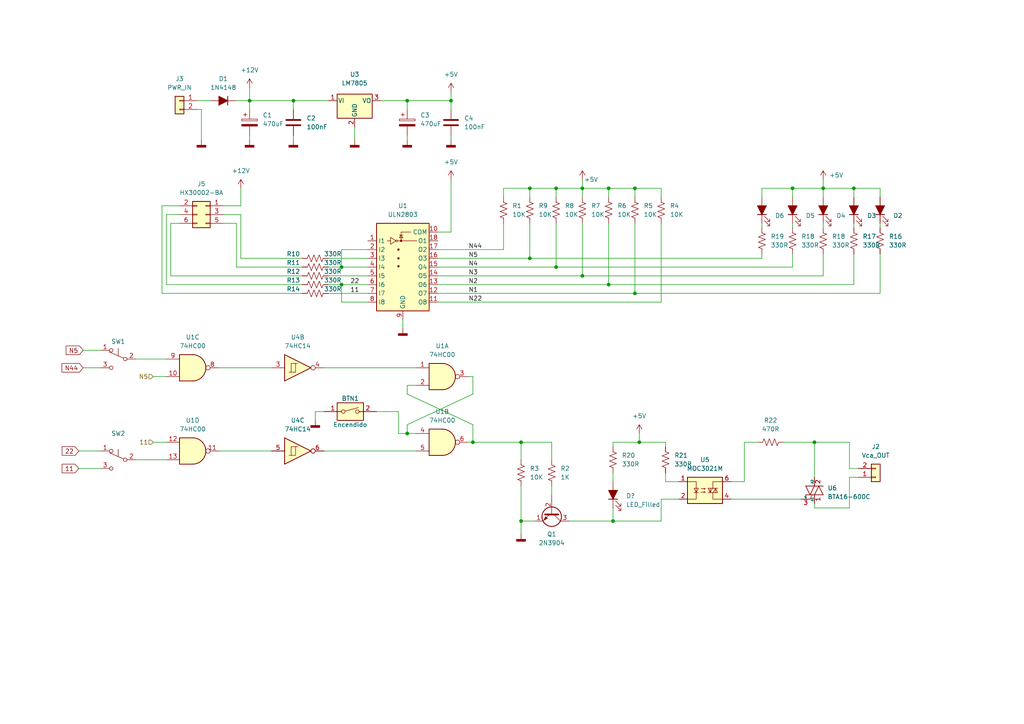
<source format=kicad_sch>
(kicad_sch (version 20211123) (generator eeschema)
  (paper "A4")
  (title_block (title "Flotador electronico para Carga de Tanque de Agua") (date "2022-05-03") (rev "1.0") (company "Kr4fty"))
  (lib_symbols
    (symbol "74xx:74HC00" (pin_names (offset 1.016))
      (property "Reference" "U" (at 0 1.27 0))
      (property "Value" "74HC00" (at 0 -1.27 0))
      (symbol "74HC00_1_1"
        (arc (start 0 -3.81) (mid 3.81 0) (end 0 3.81) (stroke (width 0.254)) (fill (type background)))
        (polyline (pts (xy 0 3.81) (xy -3.81 3.81) (xy -3.81 -3.81) (xy 0 -3.81)) (stroke (width 0.254)) (fill (type background)))
        (pin input line (at -7.62 2.54 0) (length 3.81) (name "~") (number "1"))
        (pin input line (at -7.62 -2.54 0) (length 3.81) (name "~") (number "2"))
        (pin output inverted (at 7.62 0 180) (length 3.81) (name "~") (number "3"))
      )
      (symbol "74HC00_1_2"
        (arc (start -3.81 -3.81) (mid -2.589 0) (end -3.81 3.81) (stroke (width 0.254)))
        (arc (start -0.6096 -3.81) (mid 2.1842 -2.5851) (end 3.81 0) (stroke (width 0.254)) (fill (type background)))
        (polyline (pts (xy -3.81 -3.81) (xy -0.635 -3.81)) (stroke (width 0.254)) (fill (type background)))
        (polyline (pts (xy -3.81 3.81) (xy -0.635 3.81)) (stroke (width 0.254)) (fill (type background)))
        (polyline (pts (xy -0.635 3.81) (xy -3.81 3.81) (xy -3.81 3.81) (xy -3.556 3.4036) (xy -3.0226 2.2606) (xy -2.6924 1.0414) (xy -2.6162 -0.254) (xy -2.7686 -1.4986) (xy -3.175 -2.7178) (xy -3.81 -3.81) (xy -3.81 -3.81) (xy -0.635 -3.81)) (stroke (width -25.4)) (fill (type background)))
        (arc (start 3.81 0) (mid 2.1915 2.5936) (end -0.6096 3.81) (stroke (width 0.254)) (fill (type background)))
        (pin input inverted (at -7.62 2.54 0) (length 4.318) (name "~") (number "1"))
        (pin input inverted (at -7.62 -2.54 0) (length 4.318) (name "~") (number "2"))
        (pin output line (at 7.62 0 180) (length 3.81) (name "~") (number "3"))
      )
      (symbol "74HC00_2_1"
        (arc (start 0 -3.81) (mid 3.81 0) (end 0 3.81) (stroke (width 0.254)) (fill (type background)))
        (polyline (pts (xy 0 3.81) (xy -3.81 3.81) (xy -3.81 -3.81) (xy 0 -3.81)) (stroke (width 0.254)) (fill (type background)))
        (pin input line (at -7.62 2.54 0) (length 3.81) (name "~") (number "4"))
        (pin input line (at -7.62 -2.54 0) (length 3.81) (name "~") (number "5"))
        (pin output inverted (at 7.62 0 180) (length 3.81) (name "~") (number "6"))
      )
      (symbol "74HC00_2_2"
        (arc (start -3.81 -3.81) (mid -2.589 0) (end -3.81 3.81) (stroke (width 0.254)))
        (arc (start -0.6096 -3.81) (mid 2.1842 -2.5851) (end 3.81 0) (stroke (width 0.254)) (fill (type background)))
        (polyline (pts (xy -3.81 -3.81) (xy -0.635 -3.81)) (stroke (width 0.254)) (fill (type background)))
        (polyline (pts (xy -3.81 3.81) (xy -0.635 3.81)) (stroke (width 0.254)) (fill (type background)))
        (polyline (pts (xy -0.635 3.81) (xy -3.81 3.81) (xy -3.81 3.81) (xy -3.556 3.4036) (xy -3.0226 2.2606) (xy -2.6924 1.0414) (xy -2.6162 -0.254) (xy -2.7686 -1.4986) (xy -3.175 -2.7178) (xy -3.81 -3.81) (xy -3.81 -3.81) (xy -0.635 -3.81)) (stroke (width -25.4)) (fill (type background)))
        (arc (start 3.81 0) (mid 2.1915 2.5936) (end -0.6096 3.81) (stroke (width 0.254)) (fill (type background)))
        (pin input inverted (at -7.62 2.54 0) (length 4.318) (name "~") (number "4"))
        (pin input inverted (at -7.62 -2.54 0) (length 4.318) (name "~") (number "5"))
        (pin output line (at 7.62 0 180) (length 3.81) (name "~") (number "6"))
      )
      (symbol "74HC00_3_1"
        (arc (start 0 -3.81) (mid 3.81 0) (end 0 3.81) (stroke (width 0.254)) (fill (type background)))
        (polyline (pts (xy 0 3.81) (xy -3.81 3.81) (xy -3.81 -3.81) (xy 0 -3.81)) (stroke (width 0.254)) (fill (type background)))
        (pin input line (at -7.62 -2.54 0) (length 3.81) (name "~") (number "10"))
        (pin output inverted (at 7.62 0 180) (length 3.81) (name "~") (number "8"))
        (pin input line (at -7.62 2.54 0) (length 3.81) (name "~") (number "9"))
      )
      (symbol "74HC00_3_2"
        (arc (start -3.81 -3.81) (mid -2.589 0) (end -3.81 3.81) (stroke (width 0.254)))
        (arc (start -0.6096 -3.81) (mid 2.1842 -2.5851) (end 3.81 0) (stroke (width 0.254)) (fill (type background)))
        (polyline (pts (xy -3.81 -3.81) (xy -0.635 -3.81)) (stroke (width 0.254)) (fill (type background)))
        (polyline (pts (xy -3.81 3.81) (xy -0.635 3.81)) (stroke (width 0.254)) (fill (type background)))
        (polyline (pts (xy -0.635 3.81) (xy -3.81 3.81) (xy -3.81 3.81) (xy -3.556 3.4036) (xy -3.0226 2.2606) (xy -2.6924 1.0414) (xy -2.6162 -0.254) (xy -2.7686 -1.4986) (xy -3.175 -2.7178) (xy -3.81 -3.81) (xy -3.81 -3.81) (xy -0.635 -3.81)) (stroke (width -25.4)) (fill (type background)))
        (arc (start 3.81 0) (mid 2.1915 2.5936) (end -0.6096 3.81) (stroke (width 0.254)) (fill (type background)))
        (pin input inverted (at -7.62 -2.54 0) (length 4.318) (name "~") (number "10"))
        (pin output line (at 7.62 0 180) (length 3.81) (name "~") (number "8"))
        (pin input inverted (at -7.62 2.54 0) (length 4.318) (name "~") (number "9"))
      )
      (symbol "74HC00_4_1"
        (arc (start 0 -3.81) (mid 3.81 0) (end 0 3.81) (stroke (width 0.254)) (fill (type background)))
        (polyline (pts (xy 0 3.81) (xy -3.81 3.81) (xy -3.81 -3.81) (xy 0 -3.81)) (stroke (width 0.254)) (fill (type background)))
        (pin output inverted (at 7.62 0 180) (length 3.81) (name "~") (number "11"))
        (pin input line (at -7.62 2.54 0) (length 3.81) (name "~") (number "12"))
        (pin input line (at -7.62 -2.54 0) (length 3.81) (name "~") (number "13"))
      )
      (symbol "74HC00_4_2"
        (arc (start -3.81 -3.81) (mid -2.589 0) (end -3.81 3.81) (stroke (width 0.254)))
        (arc (start -0.6096 -3.81) (mid 2.1842 -2.5851) (end 3.81 0) (stroke (width 0.254)) (fill (type background)))
        (polyline (pts (xy -3.81 -3.81) (xy -0.635 -3.81)) (stroke (width 0.254)) (fill (type background)))
        (polyline (pts (xy -3.81 3.81) (xy -0.635 3.81)) (stroke (width 0.254)) (fill (type background)))
        (polyline (pts (xy -0.635 3.81) (xy -3.81 3.81) (xy -3.81 3.81) (xy -3.556 3.4036) (xy -3.0226 2.2606) (xy -2.6924 1.0414) (xy -2.6162 -0.254) (xy -2.7686 -1.4986) (xy -3.175 -2.7178) (xy -3.81 -3.81) (xy -3.81 -3.81) (xy -0.635 -3.81)) (stroke (width -25.4)) (fill (type background)))
        (arc (start 3.81 0) (mid 2.1915 2.5936) (end -0.6096 3.81) (stroke (width 0.254)) (fill (type background)))
        (pin output line (at 7.62 0 180) (length 3.81) (name "~") (number "11"))
        (pin input inverted (at -7.62 2.54 0) (length 4.318) (name "~") (number "12"))
        (pin input inverted (at -7.62 -2.54 0) (length 4.318) (name "~") (number "13"))
      )
      (symbol "74HC00_5_0"
        (pin power_in line (at 0 12.7 270) (length 5.08) (name "VCC") (number "14"))
        (pin power_in line (at 0 -12.7 90) (length 5.08) (name "GND") (number "7"))
      )
      (symbol "74HC00_5_1"
        (rectangle (start -5.08 7.62) (end 5.08 -7.62) (stroke (width 0.254)) (fill (type background)))
      )
    )
    (symbol "74xx:74HC14" (pin_names (offset 1.016))
      (property "Reference" "U" (at 0 1.27 0))
      (property "Value" "74HC14" (at 0 -1.27 0))
      (symbol "74HC14_1_0"
        (polyline (pts (xy -3.81 3.81) (xy -3.81 -3.81) (xy 3.81 0) (xy -3.81 3.81)) (stroke (width 0.254)) (fill (type background)))
        (pin input line (at -7.62 0 0) (length 3.81) (name "~") (number "1"))
        (pin output inverted (at 7.62 0 180) (length 3.81) (name "~") (number "2"))
      )
      (symbol "74HC14_1_1"
        (polyline (pts (xy -1.905 -1.27) (xy -1.905 1.27) (xy -0.635 1.27)))
        (polyline (pts (xy -2.54 -1.27) (xy -0.635 -1.27) (xy -0.635 1.27) (xy 0 1.27)))
      )
      (symbol "74HC14_2_0"
        (polyline (pts (xy -3.81 3.81) (xy -3.81 -3.81) (xy 3.81 0) (xy -3.81 3.81)) (stroke (width 0.254)) (fill (type background)))
        (pin input line (at -7.62 0 0) (length 3.81) (name "~") (number "3"))
        (pin output inverted (at 7.62 0 180) (length 3.81) (name "~") (number "4"))
      )
      (symbol "74HC14_2_1"
        (polyline (pts (xy -1.905 -1.27) (xy -1.905 1.27) (xy -0.635 1.27)))
        (polyline (pts (xy -2.54 -1.27) (xy -0.635 -1.27) (xy -0.635 1.27) (xy 0 1.27)))
      )
      (symbol "74HC14_3_0"
        (polyline (pts (xy -3.81 3.81) (xy -3.81 -3.81) (xy 3.81 0) (xy -3.81 3.81)) (stroke (width 0.254)) (fill (type background)))
        (pin input line (at -7.62 0 0) (length 3.81) (name "~") (number "5"))
        (pin output inverted (at 7.62 0 180) (length 3.81) (name "~") (number "6"))
      )
      (symbol "74HC14_3_1"
        (polyline (pts (xy -1.905 -1.27) (xy -1.905 1.27) (xy -0.635 1.27)))
        (polyline (pts (xy -2.54 -1.27) (xy -0.635 -1.27) (xy -0.635 1.27) (xy 0 1.27)))
      )
      (symbol "74HC14_4_0"
        (polyline (pts (xy -3.81 3.81) (xy -3.81 -3.81) (xy 3.81 0) (xy -3.81 3.81)) (stroke (width 0.254)) (fill (type background)))
        (pin output inverted (at 7.62 0 180) (length 3.81) (name "~") (number "8"))
        (pin input line (at -7.62 0 0) (length 3.81) (name "~") (number "9"))
      )
      (symbol "74HC14_4_1"
        (polyline (pts (xy -1.905 -1.27) (xy -1.905 1.27) (xy -0.635 1.27)))
        (polyline (pts (xy -2.54 -1.27) (xy -0.635 -1.27) (xy -0.635 1.27) (xy 0 1.27)))
      )
      (symbol "74HC14_5_0"
        (polyline (pts (xy -3.81 3.81) (xy -3.81 -3.81) (xy 3.81 0) (xy -3.81 3.81)) (stroke (width 0.254)) (fill (type background)))
        (pin output inverted (at 7.62 0 180) (length 3.81) (name "~") (number "10"))
        (pin input line (at -7.62 0 0) (length 3.81) (name "~") (number "11"))
      )
      (symbol "74HC14_5_1"
        (polyline (pts (xy -1.905 -1.27) (xy -1.905 1.27) (xy -0.635 1.27)))
        (polyline (pts (xy -2.54 -1.27) (xy -0.635 -1.27) (xy -0.635 1.27) (xy 0 1.27)))
      )
      (symbol "74HC14_6_0"
        (polyline (pts (xy -3.81 3.81) (xy -3.81 -3.81) (xy 3.81 0) (xy -3.81 3.81)) (stroke (width 0.254)) (fill (type background)))
        (pin output inverted (at 7.62 0 180) (length 3.81) (name "~") (number "12"))
        (pin input line (at -7.62 0 0) (length 3.81) (name "~") (number "13"))
      )
      (symbol "74HC14_6_1"
        (polyline (pts (xy -1.905 -1.27) (xy -1.905 1.27) (xy -0.635 1.27)))
        (polyline (pts (xy -2.54 -1.27) (xy -0.635 -1.27) (xy -0.635 1.27) (xy 0 1.27)))
      )
      (symbol "74HC14_7_0"
        (pin power_in line (at 0 12.7 270) (length 5.08) (name "VCC") (number "14"))
        (pin power_in line (at 0 -12.7 90) (length 5.08) (name "GND") (number "7"))
      )
      (symbol "74HC14_7_1"
        (rectangle (start -5.08 7.62) (end 5.08 -7.62) (stroke (width 0.254)) (fill (type background)))
      )
    )
    (symbol "Connector_Generic:Conn_01x02" (pin_names (offset 1.016) hide)
      (property "Reference" "J" (at 0 2.54 0))
      (property "Value" "Conn_01x02" (at 0 -5.08 0))
      (symbol "Conn_01x02_1_1"
        (rectangle (start -1.27 -2.413) (end 0 -2.667) (stroke (width 0.1524)))
        (rectangle (start -1.27 0.127) (end 0 -0.127) (stroke (width 0.1524)))
        (rectangle (start -1.27 1.27) (end 1.27 -3.81) (stroke (width 0.254)) (fill (type background)))
        (pin passive line (at -5.08 0 0) (length 3.81) (name "Pin_1") (number "1"))
        (pin passive line (at -5.08 -2.54 0) (length 3.81) (name "Pin_2") (number "2"))
      )
    )
    (symbol "Connector_Generic:Conn_02x03_Odd_Even" (pin_names (offset 1.016) hide)
      (property "Reference" "J" (at 1.27 5.08 0))
      (property "Value" "Conn_02x03_Odd_Even" (at 1.27 -5.08 0))
      (symbol "Conn_02x03_Odd_Even_1_1"
        (rectangle (start -1.27 -2.413) (end 0 -2.667) (stroke (width 0.1524)))
        (rectangle (start -1.27 0.127) (end 0 -0.127) (stroke (width 0.1524)))
        (rectangle (start -1.27 2.667) (end 0 2.413) (stroke (width 0.1524)))
        (rectangle (start -1.27 3.81) (end 3.81 -3.81) (stroke (width 0.254)) (fill (type background)))
        (rectangle (start 3.81 -2.413) (end 2.54 -2.667) (stroke (width 0.1524)))
        (rectangle (start 3.81 0.127) (end 2.54 -0.127) (stroke (width 0.1524)))
        (rectangle (start 3.81 2.667) (end 2.54 2.413) (stroke (width 0.1524)))
        (pin passive line (at -5.08 2.54 0) (length 3.81) (name "Pin_1") (number "1"))
        (pin passive line (at 7.62 2.54 180) (length 3.81) (name "Pin_2") (number "2"))
        (pin passive line (at -5.08 0 0) (length 3.81) (name "Pin_3") (number "3"))
        (pin passive line (at 7.62 0 180) (length 3.81) (name "Pin_4") (number "4"))
        (pin passive line (at -5.08 -2.54 0) (length 3.81) (name "Pin_5") (number "5"))
        (pin passive line (at 7.62 -2.54 180) (length 3.81) (name "Pin_6") (number "6"))
      )
    )
    (symbol "Device:C" (pin_numbers hide) (pin_names (offset 0.254))
      (property "Reference" "C" (at 0.635 2.54 0))
      (property "Value" "C" (at 0.635 -2.54 0))
      (symbol "C_0_1"
        (polyline (pts (xy -2.032 -0.762) (xy 2.032 -0.762)) (stroke (width 0.508)))
        (polyline (pts (xy -2.032 0.762) (xy 2.032 0.762)) (stroke (width 0.508)))
      )
      (symbol "C_1_1"
        (pin passive line (at 0 3.81 270) (length 2.794) (name "~") (number "1"))
        (pin passive line (at 0 -3.81 90) (length 2.794) (name "~") (number "2"))
      )
    )
    (symbol "Device:C_Polarized" (pin_numbers hide) (pin_names (offset 0.254))
      (property "Reference" "C" (at 0.635 2.54 0))
      (property "Value" "C_Polarized" (at 0.635 -2.54 0))
      (symbol "C_Polarized_0_1"
        (rectangle (start -2.286 0.508) (end 2.286 1.016))
        (polyline (pts (xy -1.778 2.286) (xy -0.762 2.286)))
        (polyline (pts (xy -1.27 2.794) (xy -1.27 1.778)))
        (rectangle (start 2.286 -0.508) (end -2.286 -1.016) (fill (type outline)))
      )
      (symbol "C_Polarized_1_1"
        (pin passive line (at 0 3.81 270) (length 2.794) (name "~") (number "1"))
        (pin passive line (at 0 -3.81 90) (length 2.794) (name "~") (number "2"))
      )
    )
    (symbol "Device:D_Filled" (pin_numbers hide) (pin_names (offset 1.016) hide)
      (property "Reference" "D" (at 0 2.54 0))
      (property "Value" "D_Filled" (at 0 -2.54 0))
      (symbol "D_Filled_0_1"
        (polyline (pts (xy -1.27 1.27) (xy -1.27 -1.27)) (stroke (width 0.254)))
        (polyline (pts (xy 1.27 0) (xy -1.27 0)))
        (polyline (pts (xy 1.27 1.27) (xy 1.27 -1.27) (xy -1.27 0) (xy 1.27 1.27)) (stroke (width 0.254)) (fill (type outline)))
      )
      (symbol "D_Filled_1_1"
        (pin passive line (at -3.81 0 0) (length 2.54) (name "K") (number "1"))
        (pin passive line (at 3.81 0 180) (length 2.54) (name "A") (number "2"))
      )
    )
    (symbol "Device:LED_Filled" (pin_numbers hide) (pin_names (offset 1.016) hide)
      (property "Reference" "D" (at 0 2.54 0))
      (property "Value" "LED_Filled" (at 0 -2.54 0))
      (symbol "LED_Filled_0_1"
        (polyline (pts (xy -1.27 -1.27) (xy -1.27 1.27)) (stroke (width 0.254)))
        (polyline (pts (xy -1.27 0) (xy 1.27 0)))
        (polyline (pts (xy 1.27 -1.27) (xy 1.27 1.27) (xy -1.27 0) (xy 1.27 -1.27)) (stroke (width 0.254)) (fill (type outline)))
        (polyline (pts (xy -3.048 -0.762) (xy -4.572 -2.286) (xy -3.81 -2.286) (xy -4.572 -2.286) (xy -4.572 -1.524)))
        (polyline (pts (xy -1.778 -0.762) (xy -3.302 -2.286) (xy -2.54 -2.286) (xy -3.302 -2.286) (xy -3.302 -1.524)))
      )
      (symbol "LED_Filled_1_1"
        (pin passive line (at -3.81 0 0) (length 2.54) (name "K") (number "1"))
        (pin passive line (at 3.81 0 180) (length 2.54) (name "A") (number "2"))
      )
    )
    (symbol "Device:R_US" (pin_numbers hide) (pin_names (offset 0))
      (property "Reference" "R" (at 2.54 0 90))
      (property "Value" "R_US" (at -2.54 0 90))
      (symbol "R_US_0_1"
        (polyline (pts (xy 0 -2.286) (xy 0 -2.54)))
        (polyline (pts (xy 0 2.286) (xy 0 2.54)))
        (polyline (pts (xy 0 -0.762) (xy 1.016 -1.143) (xy 0 -1.524) (xy -1.016 -1.905) (xy 0 -2.286)))
        (polyline (pts (xy 0 0.762) (xy 1.016 0.381) (xy 0 0) (xy -1.016 -0.381) (xy 0 -0.762)))
        (polyline (pts (xy 0 2.286) (xy 1.016 1.905) (xy 0 1.524) (xy -1.016 1.143) (xy 0 0.762)))
      )
      (symbol "R_US_1_1"
        (pin passive line (at 0 3.81 270) (length 1.27) (name "~") (number "1"))
        (pin passive line (at 0 -3.81 90) (length 1.27) (name "~") (number "2"))
      )
    )
    (symbol "Regulator_Linear:LM7805_TO220" (pin_names (offset 0.254))
      (property "Reference" "U" (at -3.81 3.175 0))
      (property "Value" "LM7805_TO220" (at 0 3.175 0))
      (symbol "LM7805_TO220_0_1"
        (rectangle (start -5.08 1.905) (end 5.08 -5.08) (stroke (width 0.254)) (fill (type background)))
      )
      (symbol "LM7805_TO220_1_1"
        (pin power_in line (at -7.62 0 0) (length 2.54) (name "VI") (number "1"))
        (pin power_in line (at 0 -7.62 90) (length 2.54) (name "GND") (number "2"))
        (pin power_out line (at 7.62 0 180) (length 2.54) (name "VO") (number "3"))
      )
    )
    (symbol "Relay_SolidState:MOC3021M"
      (property "Reference" "U" (at -5.334 4.826 0))
      (property "Value" "MOC3021M" (at 0 5.08 0))
      (symbol "MOC3021M_0_1"
        (rectangle (start -5.08 3.81) (end 5.08 -3.81) (stroke (width 0.254)) (fill (type background)))
        (polyline (pts (xy -3.175 -0.635) (xy -1.905 -0.635)))
        (polyline (pts (xy 1.524 -0.635) (xy 1.524 0.635)))
        (polyline (pts (xy 3.048 0.635) (xy 3.048 -0.635)))
        (polyline (pts (xy 2.286 -0.635) (xy 2.286 -2.54) (xy 5.08 -2.54)))
        (polyline (pts (xy 2.286 0.635) (xy 2.286 2.54) (xy 5.08 2.54)))
        (polyline (pts (xy -5.08 2.54) (xy -2.54 2.54) (xy -2.54 -2.54) (xy -5.08 -2.54)))
        (polyline (pts (xy -2.54 -0.635) (xy -3.175 0.635) (xy -1.905 0.635) (xy -2.54 -0.635)))
        (polyline (pts (xy 0.889 -0.635) (xy 3.683 -0.635) (xy 3.048 0.635) (xy 2.413 -0.635)))
        (polyline (pts (xy 3.683 0.635) (xy 0.889 0.635) (xy 1.524 -0.635) (xy 2.159 0.635)))
        (polyline (pts (xy -1.143 -0.508) (xy 0.127 -0.508) (xy -0.254 -0.635) (xy -0.254 -0.381) (xy 0.127 -0.508)))
        (polyline (pts (xy -1.143 0.508) (xy 0.127 0.508) (xy -0.254 0.381) (xy -0.254 0.635) (xy 0.127 0.508)))
      )
      (symbol "MOC3021M_1_1"
        (pin passive line (at -7.62 2.54 0) (length 2.54) (name "~") (number "1"))
        (pin passive line (at -7.62 -2.54 0) (length 2.54) (name "~") (number "2"))
        (pin no_connect line (at -5.08 0 0) (length 2.54) hide (name "NC") (number "3"))
        (pin passive line (at 7.62 -2.54 180) (length 2.54) (name "~") (number "4"))
        (pin no_connect line (at 5.08 0 180) (length 2.54) hide (name "NC") (number "5"))
        (pin passive line (at 7.62 2.54 180) (length 2.54) (name "~") (number "6"))
      )
    )
    (symbol "Switch:SW_DIP_x01" (pin_names (offset 0) hide)
      (property "Reference" "SW" (at 0 3.81 0))
      (property "Value" "SW_DIP_x01" (at 0 -3.81 0))
      (symbol "SW_DIP_x01_0_0"
        (circle (center -2.032 0) (radius 0.508))
        (polyline (pts (xy -1.524 0.127) (xy 2.3622 1.1684)))
        (circle (center 2.032 0) (radius 0.508))
      )
      (symbol "SW_DIP_x01_0_1"
        (rectangle (start -3.81 2.54) (end 3.81 -2.54) (stroke (width 0.254)) (fill (type background)))
      )
      (symbol "SW_DIP_x01_1_1"
        (pin passive line (at -7.62 0 0) (length 5.08) (name "~") (number "1"))
        (pin passive line (at 7.62 0 180) (length 5.08) (name "~") (number "2"))
      )
    )
    (symbol "Switch:SW_Push_SPDT" (pin_names (offset 0) hide)
      (property "Reference" "SW" (at 0 4.318 0))
      (property "Value" "SW_Push_SPDT" (at 0 -5.08 0))
      (symbol "SW_Push_SPDT_0_0"
        (circle (center -2.032 0) (radius 0.508))
        (polyline (pts (xy 0 1.016) (xy 0 3.048)))
        (circle (center 2.032 -2.54) (radius 0.508))
      )
      (symbol "SW_Push_SPDT_0_1"
        (polyline (pts (xy -1.524 0.254) (xy 2.54 2.032)))
        (circle (center 2.032 2.54) (radius 0.508))
      )
      (symbol "SW_Push_SPDT_1_1"
        (pin passive line (at 5.08 2.54 180) (length 2.54) (name "A") (number "1"))
        (pin passive line (at -5.08 0 0) (length 2.54) (name "B") (number "2"))
        (pin passive line (at 5.08 -2.54 180) (length 2.54) (name "C") (number "3"))
      )
    )
    (symbol "Transistor_Array:ULN2803A"
      (property "Reference" "U" (at 0 13.335 0))
      (property "Value" "ULN2803A" (at 0 11.43 0))
      (symbol "ULN2803A_0_1"
        (rectangle (start -7.62 -15.24) (end 7.62 10.16) (stroke (width 0.254)) (fill (type background)))
        (circle (center -1.778 5.08) (radius 0.254))
        (circle (center -1.27 -2.286) (radius 0.254) (fill (type outline)))
        (circle (center -1.27 0) (radius 0.254) (fill (type outline)))
        (circle (center -1.27 2.54) (radius 0.254) (fill (type outline)))
        (circle (center -0.508 5.08) (radius 0.254) (fill (type outline)))
        (polyline (pts (xy -4.572 5.08) (xy -3.556 5.08)))
        (polyline (pts (xy -1.524 5.08) (xy 4.064 5.08)))
        (polyline (pts (xy 0 6.731) (xy -1.016 6.731)))
        (polyline (pts (xy -0.508 5.08) (xy -0.508 7.62) (xy 2.286 7.62)))
        (polyline (pts (xy -3.556 6.096) (xy -3.556 4.064) (xy -2.032 5.08) (xy -3.556 6.096)))
        (polyline (pts (xy 0 5.969) (xy -1.016 5.969) (xy -0.508 6.731) (xy 0 5.969)))
      )
      (symbol "ULN2803A_1_1"
        (pin input line (at -10.16 5.08 0) (length 2.54) (name "I1") (number "1"))
        (pin passive line (at 10.16 7.62 180) (length 2.54) (name "COM") (number "10"))
        (pin open_collector line (at 10.16 -12.7 180) (length 2.54) (name "O8") (number "11"))
        (pin open_collector line (at 10.16 -10.16 180) (length 2.54) (name "O7") (number "12"))
        (pin open_collector line (at 10.16 -7.62 180) (length 2.54) (name "O6") (number "13"))
        (pin open_collector line (at 10.16 -5.08 180) (length 2.54) (name "O5") (number "14"))
        (pin open_collector line (at 10.16 -2.54 180) (length 2.54) (name "O4") (number "15"))
        (pin open_collector line (at 10.16 0 180) (length 2.54) (name "O3") (number "16"))
        (pin open_collector line (at 10.16 2.54 180) (length 2.54) (name "O2") (number "17"))
        (pin open_collector line (at 10.16 5.08 180) (length 2.54) (name "O1") (number "18"))
        (pin input line (at -10.16 2.54 0) (length 2.54) (name "I2") (number "2"))
        (pin input line (at -10.16 0 0) (length 2.54) (name "I3") (number "3"))
        (pin input line (at -10.16 -2.54 0) (length 2.54) (name "I4") (number "4"))
        (pin input line (at -10.16 -5.08 0) (length 2.54) (name "I5") (number "5"))
        (pin input line (at -10.16 -7.62 0) (length 2.54) (name "I6") (number "6"))
        (pin input line (at -10.16 -10.16 0) (length 2.54) (name "I7") (number "7"))
        (pin input line (at -10.16 -12.7 0) (length 2.54) (name "I8") (number "8"))
        (pin power_in line (at 0 -17.78 90) (length 2.54) (name "GND") (number "9"))
      )
    )
    (symbol "Transistor_BJT:2N3904" (pin_names (offset 0) hide)
      (property "Reference" "Q" (at 5.08 1.905 0))
      (property "Value" "2N3904" (at 5.08 0 0))
      (symbol "2N3904_0_1"
        (polyline (pts (xy 0.635 0.635) (xy 2.54 2.54)))
        (polyline (pts (xy 0.635 -0.635) (xy 2.54 -2.54) (xy 2.54 -2.54)))
        (polyline (pts (xy 0.635 1.905) (xy 0.635 -1.905) (xy 0.635 -1.905)) (stroke (width 0.508)))
        (polyline (pts (xy 1.27 -1.778) (xy 1.778 -1.27) (xy 2.286 -2.286) (xy 1.27 -1.778) (xy 1.27 -1.778)) (fill (type outline)))
        (circle (center 1.27 0) (radius 2.8194) (stroke (width 0.254)))
      )
      (symbol "2N3904_1_1"
        (pin passive line (at 2.54 -5.08 90) (length 2.54) (name "E") (number "1"))
        (pin passive line (at -5.08 0 0) (length 5.715) (name "B") (number "2"))
        (pin passive line (at 2.54 5.08 270) (length 2.54) (name "C") (number "3"))
      )
    )
    (symbol "Triac_Thyristor:BTA16-600C" (pin_names (offset 0))
      (property "Reference" "Q" (at 5.08 1.905 0))
      (property "Value" "BTA16-600C" (at 5.08 0 0))
      (symbol "BTA16-600C_0_1"
        (polyline (pts (xy -2.54 -1.27) (xy 2.54 -1.27)) (stroke (width 0.2032)))
        (polyline (pts (xy -2.54 1.27) (xy 2.54 1.27)) (stroke (width 0.2032)))
        (polyline (pts (xy -1.27 -2.54) (xy -0.635 -1.27)))
        (polyline (pts (xy -2.54 1.27) (xy -1.27 -1.27) (xy 0 1.27)) (stroke (width 0.2032)))
        (polyline (pts (xy 0 -1.27) (xy 1.27 1.27) (xy 2.54 -1.27)) (stroke (width 0.2032)))
      )
      (symbol "BTA16-600C_1_1"
        (pin passive line (at 0 -3.81 90) (length 2.54) (name "A1") (number "1"))
        (pin passive line (at 0 3.81 270) (length 2.54) (name "A2") (number "2"))
        (pin input line (at -3.81 -2.54 0) (length 2.54) (name "G") (number "3"))
      )
    )
    (symbol "power:+12V" (power) (pin_names (offset 0))
      (property "Value" "+12V" (at 0 3.556 0))
      (symbol "+12V_0_1"
        (polyline (pts (xy -0.762 1.27) (xy 0 2.54)))
        (polyline (pts (xy 0 0) (xy 0 2.54)))
        (polyline (pts (xy 0 2.54) (xy 0.762 1.27)))
      )
      (symbol "+12V_1_1"
        (pin power_in line (at 0 0 90) (length 0) hide (name "+12V") (number "1"))
      )
    )
    (symbol "power:+5V" (power) (pin_names (offset 0))
      (property "Value" "+5V" (at 0 3.556 0))
      (symbol "+5V_0_1"
        (polyline (pts (xy -0.762 1.27) (xy 0 2.54)))
        (polyline (pts (xy 0 0) (xy 0 2.54)))
        (polyline (pts (xy 0 2.54) (xy 0.762 1.27)))
      )
      (symbol "+5V_1_1"
        (pin power_in line (at 0 0 90) (length 0) hide (name "+5V") (number "1"))
      )
    )
    (symbol "power:GNDD" (power) (pin_names (offset 0))
      (property "Value" "GNDD" (at 0 -3.175 0))
      (symbol "GNDD_0_1"
        (rectangle (start -1.27 -1.524) (end 1.27 -2.032) (stroke (width 0.254)) (fill (type outline)))
        (polyline (pts (xy 0 0) (xy 0 -1.524)))
      )
      (symbol "GNDD_1_1"
        (pin power_in line (at 0 0 270) (length 0) hide (name "GNDD") (number "1"))
      )
    )
  )
  (junction (at 153.67 54.61))
  (junction (at 72.39 29.21))
  (junction (at 176.53 82.55))
  (junction (at 238.76 54.61))
  (junction (at 118.11 125.73))
  (junction (at 137.16 128.27))
  (junction (at 236.22 128.27))
  (junction (at 184.15 54.61))
  (junction (at 229.87 54.61))
  (junction (at 185.42 128.27))
  (junction (at 151.13 128.27))
  (junction (at 176.53 54.61))
  (junction (at 99.06 82.55))
  (junction (at 153.67 74.93))
  (junction (at 161.29 77.47))
  (junction (at 99.06 77.47))
  (junction (at 161.29 54.61))
  (junction (at 130.81 29.21))
  (junction (at 168.91 80.01))
  (junction (at 184.15 85.09))
  (junction (at 168.91 54.61))
  (junction (at 85.09 29.21))
  (junction (at 118.11 29.21))
  (junction (at 151.13 151.13))
  (junction (at 177.8 151.13))
  (junction (at 247.65 54.61))
  (wire (pts (xy 93.98 119.38) (xy 91.44 119.38)))
  (wire (pts (xy 63.5 130.81) (xy 78.74 130.81)))
  (wire (pts (xy 69.85 59.69) (xy 69.85 54.61)))
  (wire (pts (xy 238.76 64.77) (xy 238.76 66.04)))
  (wire (pts (xy 153.67 74.93) (xy 127 74.93)))
  (wire (pts (xy 220.98 73.66) (xy 220.98 74.93)))
  (wire (pts (xy 151.13 128.27) (xy 160.02 128.27)))
  (wire (pts (xy 191.77 151.13) (xy 177.8 151.13)))
  (wire (pts (xy 52.07 64.77) (xy 49.53 64.77)))
  (wire (pts (xy 130.81 52.07) (xy 130.81 67.31)))
  (wire (pts (xy 85.09 39.37) (xy 85.09 40.64)))
  (wire (pts (xy 72.39 39.37) (xy 72.39 40.64)))
  (wire (pts (xy 185.42 128.27) (xy 177.8 128.27)))
  (wire (pts (xy 109.22 119.38) (xy 115.57 119.38)))
  (wire (pts (xy 72.39 29.21) (xy 72.39 31.75)))
  (wire (pts (xy 191.77 144.78) (xy 191.77 151.13)))
  (wire (pts (xy 220.98 64.77) (xy 220.98 66.04)))
  (wire (pts (xy 229.87 54.61) (xy 229.87 57.15)))
  (wire (pts (xy 161.29 54.61) (xy 153.67 54.61)))
  (wire (pts (xy 168.91 54.61) (xy 161.29 54.61)))
  (wire (pts (xy 44.45 109.22) (xy 48.26 109.22)))
  (wire (pts (xy 135.89 109.22) (xy 137.16 109.22)))
  (wire (pts (xy 118.11 111.76) (xy 120.65 111.76)))
  (wire (pts (xy 130.81 26.67) (xy 130.81 29.21)))
  (wire (pts (xy 127 87.63) (xy 191.77 87.63)))
  (wire (pts (xy 146.05 54.61) (xy 146.05 57.15)))
  (wire (pts (xy 95.25 82.55) (xy 99.06 82.55)))
  (wire (pts (xy 137.16 128.27) (xy 151.13 128.27)))
  (wire (pts (xy 146.05 64.77) (xy 146.05 72.39)))
  (wire (pts (xy 151.13 151.13) (xy 151.13 154.94)))
  (wire (pts (xy 127 82.55) (xy 176.53 82.55)))
  (wire (pts (xy 68.58 64.77) (xy 68.58 77.47)))
  (wire (pts (xy 246.38 128.27) (xy 236.22 128.27)))
  (wire (pts (xy 191.77 54.61) (xy 184.15 54.61)))
  (wire (pts (xy 91.44 119.38) (xy 91.44 121.92)))
  (wire (pts (xy 127 85.09) (xy 184.15 85.09)))
  (wire (pts (xy 135.89 128.27) (xy 137.16 128.27)))
  (wire (pts (xy 106.68 87.63) (xy 99.06 87.63)))
  (wire (pts (xy 64.77 62.23) (xy 69.85 62.23)))
  (wire (pts (xy 248.92 138.43) (xy 246.38 138.43)))
  (wire (pts (xy 22.86 130.81) (xy 29.21 130.81)))
  (wire (pts (xy 184.15 54.61) (xy 184.15 57.15)))
  (wire (pts (xy 238.76 73.66) (xy 238.76 80.01)))
  (wire (pts (xy 146.05 72.39) (xy 127 72.39)))
  (wire (pts (xy 215.9 128.27) (xy 215.9 139.7)))
  (wire (pts (xy 39.37 133.35) (xy 48.26 133.35)))
  (wire (pts (xy 99.06 77.47) (xy 106.68 77.47)))
  (wire (pts (xy 193.04 139.7) (xy 193.04 137.16)))
  (wire (pts (xy 220.98 74.93) (xy 153.67 74.93)))
  (wire (pts (xy 130.81 67.31) (xy 127 67.31)))
  (wire (pts (xy 85.09 29.21) (xy 95.25 29.21)))
  (wire (pts (xy 85.09 29.21) (xy 85.09 31.75)))
  (wire (pts (xy 153.67 64.77) (xy 153.67 74.93)))
  (wire (pts (xy 151.13 128.27) (xy 151.13 133.35)))
  (wire (pts (xy 165.1 151.13) (xy 177.8 151.13)))
  (wire (pts (xy 49.53 80.01) (xy 87.63 80.01)))
  (wire (pts (xy 52.07 59.69) (xy 46.99 59.69)))
  (wire (pts (xy 48.26 82.55) (xy 87.63 82.55)))
  (wire (pts (xy 57.15 31.75) (xy 58.42 31.75)))
  (wire (pts (xy 137.16 114.3) (xy 118.11 123.19)))
  (wire (pts (xy 168.91 54.61) (xy 168.91 57.15)))
  (wire (pts (xy 177.8 151.13) (xy 177.8 147.32)))
  (wire (pts (xy 219.71 128.27) (xy 215.9 128.27)))
  (wire (pts (xy 193.04 129.54) (xy 193.04 128.27)))
  (wire (pts (xy 127 77.47) (xy 161.29 77.47)))
  (wire (pts (xy 255.27 54.61) (xy 247.65 54.61)))
  (wire (pts (xy 247.65 73.66) (xy 247.65 82.55)))
  (wire (pts (xy 246.38 147.32) (xy 236.22 147.32)))
  (wire (pts (xy 127 80.01) (xy 168.91 80.01)))
  (wire (pts (xy 115.57 119.38) (xy 115.57 125.73)))
  (wire (pts (xy 118.11 123.19) (xy 118.11 125.73)))
  (wire (pts (xy 130.81 39.37) (xy 130.81 40.64)))
  (wire (pts (xy 99.06 82.55) (xy 106.68 82.55)))
  (wire (pts (xy 39.37 104.14) (xy 48.26 104.14)))
  (wire (pts (xy 246.38 138.43) (xy 246.38 147.32)))
  (wire (pts (xy 212.09 144.78) (xy 232.41 144.78)))
  (wire (pts (xy 247.65 54.61) (xy 247.65 57.15)))
  (wire (pts (xy 193.04 128.27) (xy 185.42 128.27)))
  (wire (pts (xy 153.67 54.61) (xy 153.67 57.15)))
  (wire (pts (xy 215.9 139.7) (xy 212.09 139.7)))
  (wire (pts (xy 247.65 82.55) (xy 176.53 82.55)))
  (wire (pts (xy 52.07 62.23) (xy 48.26 62.23)))
  (wire (pts (xy 116.84 92.71) (xy 116.84 95.25)))
  (wire (pts (xy 95.25 80.01) (xy 106.68 80.01)))
  (wire (pts (xy 57.15 29.21) (xy 60.96 29.21)))
  (wire (pts (xy 191.77 57.15) (xy 191.77 54.61)))
  (wire (pts (xy 255.27 85.09) (xy 184.15 85.09)))
  (wire (pts (xy 46.99 85.09) (xy 87.63 85.09)))
  (wire (pts (xy 227.33 128.27) (xy 236.22 128.27)))
  (wire (pts (xy 160.02 128.27) (xy 160.02 133.35)))
  (wire (pts (xy 68.58 77.47) (xy 87.63 77.47)))
  (wire (pts (xy 137.16 109.22) (xy 137.16 114.3)))
  (wire (pts (xy 184.15 85.09) (xy 184.15 64.77)))
  (wire (pts (xy 118.11 29.21) (xy 130.81 29.21)))
  (wire (pts (xy 255.27 64.77) (xy 255.27 66.04)))
  (wire (pts (xy 247.65 54.61) (xy 238.76 54.61)))
  (wire (pts (xy 58.42 31.75) (xy 58.42 40.64)))
  (wire (pts (xy 229.87 64.77) (xy 229.87 66.04)))
  (wire (pts (xy 151.13 151.13) (xy 154.94 151.13)))
  (wire (pts (xy 130.81 29.21) (xy 130.81 31.75)))
  (wire (pts (xy 151.13 140.97) (xy 151.13 151.13)))
  (wire (pts (xy 63.5 106.68) (xy 78.74 106.68)))
  (wire (pts (xy 255.27 54.61) (xy 255.27 57.15)))
  (wire (pts (xy 72.39 25.4) (xy 72.39 29.21)))
  (wire (pts (xy 64.77 59.69) (xy 69.85 59.69)))
  (wire (pts (xy 46.99 59.69) (xy 46.99 85.09)))
  (wire (pts (xy 153.67 54.61) (xy 146.05 54.61)))
  (wire (pts (xy 93.98 130.81) (xy 120.65 130.81)))
  (wire (pts (xy 99.06 87.63) (xy 99.06 82.55)))
  (wire (pts (xy 160.02 140.97) (xy 160.02 143.51)))
  (wire (pts (xy 69.85 74.93) (xy 87.63 74.93)))
  (wire (pts (xy 177.8 128.27) (xy 177.8 129.54)))
  (wire (pts (xy 118.11 125.73) (xy 120.65 125.73)))
  (wire (pts (xy 68.58 29.21) (xy 72.39 29.21)))
  (wire (pts (xy 236.22 128.27) (xy 236.22 138.43)))
  (wire (pts (xy 196.85 139.7) (xy 193.04 139.7)))
  (wire (pts (xy 229.87 54.61) (xy 220.98 54.61)))
  (wire (pts (xy 95.25 74.93) (xy 106.68 74.93)))
  (wire (pts (xy 176.53 54.61) (xy 168.91 54.61)))
  (wire (pts (xy 137.16 128.27) (xy 137.16 123.19)))
  (wire (pts (xy 24.13 101.6) (xy 29.21 101.6)))
  (wire (pts (xy 255.27 73.66) (xy 255.27 85.09)))
  (wire (pts (xy 168.91 80.01) (xy 168.91 64.77)))
  (wire (pts (xy 22.86 135.89) (xy 29.21 135.89)))
  (wire (pts (xy 176.53 82.55) (xy 176.53 64.77)))
  (wire (pts (xy 161.29 77.47) (xy 161.29 64.77)))
  (wire (pts (xy 229.87 73.66) (xy 229.87 77.47)))
  (wire (pts (xy 48.26 62.23) (xy 48.26 82.55)))
  (wire (pts (xy 196.85 144.78) (xy 191.77 144.78)))
  (wire (pts (xy 64.77 64.77) (xy 68.58 64.77)))
  (wire (pts (xy 168.91 52.07) (xy 168.91 54.61)))
  (wire (pts (xy 93.98 106.68) (xy 120.65 106.68)))
  (wire (pts (xy 238.76 54.61) (xy 229.87 54.61)))
  (wire (pts (xy 95.25 85.09) (xy 106.68 85.09)))
  (wire (pts (xy 177.8 137.16) (xy 177.8 139.7)))
  (wire (pts (xy 110.49 29.21) (xy 118.11 29.21)))
  (wire (pts (xy 118.11 39.37) (xy 118.11 40.64)))
  (wire (pts (xy 168.91 80.01) (xy 238.76 80.01)))
  (wire (pts (xy 246.38 135.89) (xy 248.92 135.89)))
  (wire (pts (xy 137.16 123.19) (xy 118.11 114.3)))
  (wire (pts (xy 236.22 146.05) (xy 236.22 147.32)))
  (wire (pts (xy 49.53 64.77) (xy 49.53 80.01)))
  (wire (pts (xy 44.45 128.27) (xy 48.26 128.27)))
  (wire (pts (xy 220.98 54.61) (xy 220.98 57.15)))
  (wire (pts (xy 102.87 36.83) (xy 102.87 40.64)))
  (wire (pts (xy 106.68 72.39) (xy 99.06 72.39)))
  (wire (pts (xy 69.85 62.23) (xy 69.85 74.93)))
  (wire (pts (xy 247.65 64.77) (xy 247.65 66.04)))
  (wire (pts (xy 72.39 29.21) (xy 85.09 29.21)))
  (wire (pts (xy 191.77 87.63) (xy 191.77 64.77)))
  (wire (pts (xy 238.76 54.61) (xy 238.76 57.15)))
  (wire (pts (xy 115.57 125.73) (xy 118.11 125.73)))
  (wire (pts (xy 24.13 106.68) (xy 29.21 106.68)))
  (wire (pts (xy 229.87 77.47) (xy 161.29 77.47)))
  (wire (pts (xy 176.53 54.61) (xy 176.53 57.15)))
  (wire (pts (xy 185.42 125.73) (xy 185.42 128.27)))
  (wire (pts (xy 118.11 29.21) (xy 118.11 31.75)))
  (wire (pts (xy 161.29 54.61) (xy 161.29 57.15)))
  (wire (pts (xy 184.15 54.61) (xy 176.53 54.61)))
  (wire (pts (xy 118.11 114.3) (xy 118.11 111.76)))
  (wire (pts (xy 99.06 72.39) (xy 99.06 77.47)))
  (wire (pts (xy 95.25 77.47) (xy 99.06 77.47)))
  (wire (pts (xy 238.76 52.07) (xy 238.76 54.61)))
  (wire (pts (xy 246.38 128.27) (xy 246.38 135.89)))
  (label "N3" (at 135.89 80.01 0))
  (label "N4" (at 135.89 77.47 0))
  (label "N2" (at 135.89 82.55 0))
  (label "N1" (at 135.89 85.09 0))
  (label "N5" (at 135.89 74.93 0))
  (label "11" (at 101.6 85.09 0))
  (label "N22" (at 135.89 87.63 0))
  (label "N44" (at 135.89 72.39 0))
  (label "22" (at 101.6 82.55 0))
  (global_label "N44" (shape input) (at 24.13 106.68 180) (property "Referencias entre hojas" "${INTERSHEET_REFS}" (effects hide)))
  (global_label "N5" (shape input) (at 24.13 101.6 180) (property "Referencias entre hojas" "${INTERSHEET_REFS}" (effects hide)))
  (global_label "22" (shape input) (at 22.86 130.81 180) (property "Referencias entre hojas" "${INTERSHEET_REFS}" (effects hide)))
  (global_label "11" (shape input) (at 22.86 135.89 180) (property "Referencias entre hojas" "${INTERSHEET_REFS}" (effects hide)))
  (hierarchical_label "11" (shape input) (at 44.45 128.27 180))
  (hierarchical_label "N5" (shape input) (at 44.45 109.22 180))
  (symbol (lib_id "Connector_Generic:Conn_01x02") (at 52.07 29.21 0) (mirror y) (unit 1)
    (property "Reference" "J3" (at 52.07 22.86 0))
    (property "Value" "PWR_IN" (at 52.07 25.4 0))
  )
  (symbol (lib_id "Regulator_Linear:LM7805_TO220") (at 102.87 29.21 0) (unit 1)
    (property "Reference" "U3" (at 102.87 21.59 0))
    (property "Value" "LM7805" (at 102.87 24.13 0))
    (property "Footprint" "Package_TO_SOT_THT:TO-220-3_Vertical" (effects hide))
    (property "Datasheet" "https://www.onsemi.cn/PowerSolutions/document/MC7800-D.PDF" (effects hide))
  )
  (symbol (lib_id "Device:D_Filled") (at 64.77 29.21 180) (unit 1)
    (property "Reference" "D1" (at 64.77 22.86 0))
    (property "Value" "1N4148" (at 64.77 25.4 0))
  )
  (symbol (lib_id "Device:R_US") (at 255.27 69.85 180) (unit 1)
    (property "Reference" "R16" (at 257.81 68.5799 0) (effects (justify right)))
    (property "Value" "330R" (at 257.81 71.1199 0) (effects (justify right)))
  )
  (symbol (lib_id "power:+5V") (at 168.91 52.07 0) (unit 1)
    (property "Reference" "#PWR?" (effects hide))
    (property "Value" "+5V" (at 171.45 52.07 0))
  )
  (symbol (lib_id "Device:R_US") (at 91.44 82.55 90) (unit 1)
    (property "Reference" "R13" (at 85.09 81.28 90))
    (property "Value" "330R" (at 96.52 81.28 90))
  )
  (symbol (lib_id "Device:C") (at 130.81 35.56 0) (unit 1)
    (property "Reference" "C4" (at 134.62 34.2899 0) (effects (justify left)))
    (property "Value" "100nF" (at 134.62 36.8299 0) (effects (justify left)))
  )
  (symbol (lib_id "power:+5V") (at 130.81 26.67 0) (unit 1)
    (property "Reference" "#PWR?" (effects hide))
    (property "Value" "+5V" (at 130.81 21.59 0))
  )
  (symbol (lib_id "74xx:74HC00") (at 55.88 130.81 0) (unit 4)
    (property "Reference" "U1" (at 55.88 121.92 0))
    (property "Value" "74HC00" (at 55.88 124.46 0))
    (property "Datasheet" "http://www.ti.com/lit/gpn/sn74hc00" (effects hide))
  )
  (symbol (lib_id "Switch:SW_DIP_x01") (at 101.6 119.38 0) (unit 1)
    (property "Reference" "BTN1" (at 101.6 115.57 0))
    (property "Value" "Encendido" (at 101.6 123.19 0))
  )
  (symbol (lib_id "Device:R_US") (at 91.44 74.93 90) (unit 1)
    (property "Reference" "R10" (at 85.09 73.66 90))
    (property "Value" "330R" (at 96.52 73.66 90))
  )
  (symbol (lib_id "74xx:74HC00") (at 55.88 106.68 0) (unit 3)
    (property "Reference" "U1" (at 55.88 97.79 0))
    (property "Value" "74HC00" (at 55.88 100.33 0))
    (property "Datasheet" "http://www.ti.com/lit/gpn/sn74hc00" (effects hide))
  )
  (symbol (lib_id "Device:R_US") (at 151.13 137.16 0) (unit 1)
    (property "Reference" "R3" (at 153.67 135.8899 0) (effects (justify left)))
    (property "Value" "10K" (at 153.67 138.4299 0) (effects (justify left)))
  )
  (symbol (lib_id "Device:LED_Filled") (at 247.65 60.96 90) (unit 1)
    (property "Reference" "D3" (at 251.46 62.5474 90) (effects (justify right)))
    (property "Value" "LED" (effects hide))
  )
  (symbol (lib_id "Device:C") (at 85.09 35.56 0) (unit 1)
    (property "Reference" "C2" (at 88.9 34.2899 0) (effects (justify left)))
    (property "Value" "100nF" (at 88.9 36.8299 0) (effects (justify left)))
  )
  (symbol (lib_id "power:GNDD") (at 58.42 40.64 0) (unit 1)
    (property "Reference" "#PWR?" (effects hide))
    (property "Value" "GNDD" (effects hide))
  )
  (symbol (lib_id "Device:R_US") (at 146.05 60.96 180) (unit 1)
    (property "Reference" "R1" (at 148.59 59.6899 0) (effects (justify right)))
    (property "Value" "10K" (at 148.59 62.2299 0) (effects (justify right)))
  )
  (symbol (lib_id "power:GNDD") (at 151.13 154.94 0) (unit 1)
    (property "Reference" "#PWR?" (effects hide))
    (property "Value" "GNDD" (effects hide))
  )
  (symbol (lib_id "Device:R_US") (at 161.29 60.96 180) (unit 1)
    (property "Reference" "R8" (at 163.83 59.6899 0) (effects (justify right)))
    (property "Value" "10K" (at 163.83 62.2299 0) (effects (justify right)))
  )
  (symbol (lib_id "Device:R_US") (at 238.76 69.85 180) (unit 1)
    (property "Reference" "R18" (at 241.3 68.5799 0) (effects (justify right)))
    (property "Value" "330R" (at 241.3 71.1199 0) (effects (justify right)))
  )
  (symbol (lib_id "Device:R_US") (at 91.44 77.47 90) (unit 1)
    (property "Reference" "R11" (at 85.09 76.2 90))
    (property "Value" "330R" (at 96.52 76.2 90))
  )
  (symbol (lib_id "Device:R_US") (at 160.02 137.16 0) (unit 1)
    (property "Reference" "R2" (at 162.56 135.8899 0) (effects (justify left)))
    (property "Value" "1K" (at 162.56 138.4299 0) (effects (justify left)))
  )
  (symbol (lib_id "Device:R_US") (at 91.44 85.09 90) (unit 1)
    (property "Reference" "R14" (at 85.09 83.82 90))
    (property "Value" "330R" (at 96.52 83.82 90))
  )
  (symbol (lib_id "Device:R_US") (at 223.52 128.27 270) (unit 1)
    (property "Reference" "R22" (at 223.52 121.92 90))
    (property "Value" "470R" (at 223.52 124.46 90))
  )
  (symbol (lib_id "Device:LED_Filled") (at 229.87 60.96 90) (unit 1)
    (property "Reference" "D5" (at 233.68 62.5474 90) (effects (justify right)))
    (property "Value" "LED" (effects hide))
  )
  (symbol (lib_id "power:GNDD") (at 130.81 40.64 0) (unit 1)
    (property "Reference" "#PWR?" (effects hide))
    (property "Value" "GNDD" (effects hide))
  )
  (symbol (lib_id "Device:R_US") (at 191.77 60.96 180) (unit 1)
    (property "Reference" "R4" (at 194.31 59.6899 0) (effects (justify right)))
    (property "Value" "10K" (at 194.31 62.2299 0) (effects (justify right)))
  )
  (symbol (lib_id "74xx:74HC00") (at 128.27 109.22 0) (unit 1)
    (property "Reference" "U1" (at 128.27 100.33 0))
    (property "Value" "74HC00" (at 128.27 102.87 0))
    (property "Datasheet" "http://www.ti.com/lit/gpn/sn74hc00" (effects hide))
    (property "Datasheet" "http://www.ti.com/lit/gpn/sn74hc00" (effects hide))
  )
  (symbol (lib_id "Device:LED_Filled") (at 220.98 60.96 90) (unit 1)
    (property "Reference" "D6" (at 224.79 62.5474 90) (effects (justify right)))
    (property "Value" "LED" (effects hide))
  )
  (symbol (lib_id "Device:R_US") (at 177.8 133.35 0) (unit 1)
    (property "Reference" "R20" (at 180.34 132.0799 0) (effects (justify left)))
    (property "Value" "330R" (at 180.34 134.6199 0) (effects (justify left)))
  )
  (symbol (lib_id "Device:C_Polarized") (at 118.11 35.56 0) (unit 1)
    (property "Reference" "C3" (at 121.92 33.4009 0) (effects (justify left)))
    (property "Value" "470uF" (at 121.92 35.9409 0) (effects (justify left)))
  )
  (symbol (lib_id "Device:R_US") (at 184.15 60.96 180) (unit 1)
    (property "Reference" "R5" (at 186.69 59.6899 0) (effects (justify right)))
    (property "Value" "10K" (at 186.69 62.2299 0) (effects (justify right)))
  )
  (symbol (lib_id "Device:LED_Filled") (at 238.76 60.96 90) (unit 1)
    (property "Reference" "D4" (at 242.57 62.5474 90) (effects (justify right)))
    (property "Value" "LED" (effects hide))
  )
  (symbol (lib_id "Device:R_US") (at 176.53 60.96 180) (unit 1)
    (property "Reference" "R6" (at 179.07 59.6899 0) (effects (justify right)))
    (property "Value" "10K" (at 179.07 62.2299 0) (effects (justify right)))
  )
  (symbol (lib_id "Device:LED_Filled") (at 255.27 60.96 90) (unit 1)
    (property "Reference" "D2" (at 259.08 62.5474 90) (effects (justify right)))
    (property "Value" "LED" (effects hide))
  )
  (symbol (lib_id "power:+5V") (at 185.42 125.73 0) (unit 1)
    (property "Reference" "#PWR?" (effects hide))
    (property "Value" "+5V" (at 185.42 120.65 0))
  )
  (symbol (lib_id "Transistor_BJT:2N3904") (at 160.02 148.59 270) (unit 1)
    (property "Reference" "Q1" (at 160.02 154.94 90))
    (property "Value" "2N3904" (at 160.02 157.48 90))
    (property "Footprint" "Package_TO_SOT_THT:TO-92_Inline" (effects hide))
    (property "Datasheet" "https://www.onsemi.com/pub/Collateral/2N3903-D.PDF" (effects hide))
  )
  (symbol (lib_id "Device:C_Polarized") (at 72.39 35.56 0) (unit 1)
    (property "Reference" "C1" (at 76.2 33.4009 0) (effects (justify left)))
    (property "Value" "470uF" (at 76.2 35.9409 0) (effects (justify left)))
  )
  (symbol (lib_id "power:GNDD") (at 72.39 40.64 0) (unit 1)
    (property "Reference" "#PWR?" (effects hide))
    (property "Value" "GNDD" (effects hide))
  )
  (symbol (lib_id "74xx:74HC14") (at 86.36 106.68 0) (unit 2)
    (property "Reference" "U4" (at 86.36 97.79 0))
    (property "Value" "74HC14" (at 86.36 100.33 0))
    (property "Datasheet" "http://www.ti.com/lit/gpn/sn74HC14" (effects hide))
  )
  (symbol (lib_id "Device:R_US") (at 91.44 80.01 90) (unit 1)
    (property "Reference" "R12" (at 85.09 78.74 90))
    (property "Value" "330R" (at 96.52 78.74 90))
  )
  (symbol (lib_id "power:GNDD") (at 118.11 40.64 0) (unit 1)
    (property "Reference" "#PWR?" (effects hide))
    (property "Value" "GNDD" (effects hide))
  )
  (symbol (lib_id "Connector_Generic:Conn_01x02") (at 254 138.43 0) (mirror x) (unit 1)
    (property "Reference" "J2" (at 254 129.54 0))
    (property "Value" "Vca_OUT" (at 254 132.08 0))
  )
  (symbol (lib_id "power:+12V") (at 72.39 25.4 0) (unit 1)
    (property "Reference" "#PWR?" (effects hide))
    (property "Value" "+12V" (at 72.39 20.32 0))
  )
  (symbol (lib_id "Triac_Thyristor:BTA16-600C") (at 236.22 142.24 0) (unit 1)
    (property "Reference" "U6" (at 240.03 141.5541 0) (effects (justify left)))
    (property "Value" "BTA16-600C" (at 240.03 144.0941 0) (effects (justify left)))
    (property "Footprint" "Package_TO_SOT_THT:TO-220-3_Vertical" (effects hide))
    (property "Datasheet" "https://www.st.com/resource/en/datasheet/bta16.pdf" (effects hide))
  )
  (symbol (lib_id "Device:R_US") (at 153.67 60.96 180) (unit 1)
    (property "Reference" "R9" (at 156.21 59.6899 0) (effects (justify right)))
    (property "Value" "10K" (at 156.21 62.2299 0) (effects (justify right)))
  )
  (symbol (lib_id "Transistor_Array:ULN2803A") (at 116.84 74.93 0) (unit 1)
    (property "Reference" "U1" (at 116.84 59.69 0))
    (property "Value" "ULN2803" (at 116.84 62.23 0))
    (property "Datasheet" "http://www.ti.com/lit/ds/symlink/uln2803a.pdf" (effects hide))
  )
  (symbol (lib_id "Switch:SW_Push_SPDT") (at 34.29 104.14 0) (mirror y) (unit 1)
    (property "Reference" "SW1" (at 34.29 99.06 0))
    (property "Value" "SW_Push_SPDT" (effects hide))
  )
  (symbol (lib_id "power:GNDD") (at 91.44 121.92 0) (unit 1)
    (property "Reference" "#PWR?" (effects hide))
    (property "Value" "GNDD" (effects hide))
  )
  (symbol (lib_id "Device:R_US") (at 193.04 133.35 0) (unit 1)
    (property "Reference" "R21" (at 195.58 132.0799 0) (effects (justify left)))
    (property "Value" "330R" (at 195.58 134.6199 0) (effects (justify left)))
  )
  (symbol (lib_id "Connector_Generic:Conn_02x03_Odd_Even") (at 59.69 62.23 0) (mirror y) (unit 1)
    (property "Reference" "J5" (at 58.42 53.34 0))
    (property "Value" "HX30002-BA" (at 58.42 55.88 0))
  )
  (symbol (lib_id "power:GNDD") (at 85.09 40.64 0) (unit 1)
    (property "Reference" "#PWR?" (effects hide))
    (property "Value" "GNDD" (effects hide))
  )
  (symbol (lib_id "Device:R_US") (at 247.65 69.85 180) (unit 1)
    (property "Reference" "R17" (at 250.19 68.5799 0) (effects (justify right)))
    (property "Value" "330R" (at 250.19 71.1199 0) (effects (justify right)))
  )
  (symbol (lib_id "Relay_SolidState:MOC3021M") (at 204.47 142.24 0) (unit 1)
    (property "Reference" "U5" (at 204.47 133.35 0))
    (property "Value" "MOC3021M" (at 204.47 135.89 0))
    (property "Datasheet" "https://www.onsemi.com/pub/Collateral/MOC3023M-D.PDF" (effects hide))
  )
  (symbol (lib_id "Device:R_US") (at 168.91 60.96 180) (unit 1)
    (property "Reference" "R7" (at 171.45 59.6899 0) (effects (justify right)))
    (property "Value" "10K" (at 171.45 62.2299 0) (effects (justify right)))
  )
  (symbol (lib_id "power:+5V") (at 238.76 52.07 0) (unit 1)
    (property "Reference" "#PWR?" (effects hide))
    (property "Value" "+5V" (at 242.57 50.8 0))
  )
  (symbol (lib_id "power:+12V") (at 69.85 54.61 0) (unit 1)
    (property "Reference" "#PWR?" (effects hide))
    (property "Value" "+12V" (at 69.85 49.53 0))
  )
  (symbol (lib_id "74xx:74HC00") (at 128.27 128.27 0) (unit 2)
    (property "Reference" "U1" (at 128.27 119.38 0))
    (property "Value" "74HC00" (at 128.27 121.92 0))
    (property "Datasheet" "http://www.ti.com/lit/gpn/sn74hc00" (effects hide))
    (property "Datasheet" "http://www.ti.com/lit/gpn/sn74hc00" (effects hide))
  )
  (symbol (lib_id "Switch:SW_Push_SPDT") (at 34.29 133.35 0) (mirror y) (unit 1)
    (property "Reference" "SW2" (at 34.29 125.73 0))
    (property "Value" "SW_Push_SPDT" (effects hide))
  )
  (symbol (lib_id "Device:LED_Filled") (at 177.8 143.51 90) (unit 1)
    (property "Reference" "D?" (at 181.61 143.8274 90) (effects (justify right)))
    (property "Value" "LED_Filled" (at 181.61 146.3674 90) (effects (justify right)))
  )
  (symbol (lib_id "74xx:74HC14") (at 86.36 130.81 0) (unit 3)
    (property "Reference" "U4" (at 86.36 121.92 0))
    (property "Value" "74HC14" (at 86.36 124.46 0))
    (property "Datasheet" "http://www.ti.com/lit/gpn/sn74HC14" (effects hide))
  )
  (symbol (lib_id "Device:R_US") (at 229.87 69.85 180) (unit 1)
    (property "Reference" "R18" (at 232.41 68.5799 0) (effects (justify right)))
    (property "Value" "330R" (at 232.41 71.1199 0) (effects (justify right)))
  )
  (symbol (lib_id "power:GNDD") (at 116.84 95.25 0) (unit 1)
    (property "Reference" "#PWR?" (effects hide))
    (property "Value" "GNDD" (effects hide))
  )
  (symbol (lib_id "power:GNDD") (at 102.87 40.64 0) (unit 1)
    (property "Reference" "#PWR?" (effects hide))
    (property "Value" "GNDD" (effects hide))
  )
  (symbol (lib_id "Device:R_US") (at 220.98 69.85 180) (unit 1)
    (property "Reference" "R19" (at 223.52 68.5799 0) (effects (justify right)))
    (property "Value" "330R" (at 223.52 71.1199 0) (effects (justify right)))
  )
  (symbol (lib_id "power:+5V") (at 130.81 52.07 0) (unit 1)
    (property "Reference" "#PWR?" (effects hide))
    (property "Value" "+5V" (at 130.81 46.99 0))
  )
)
</source>
